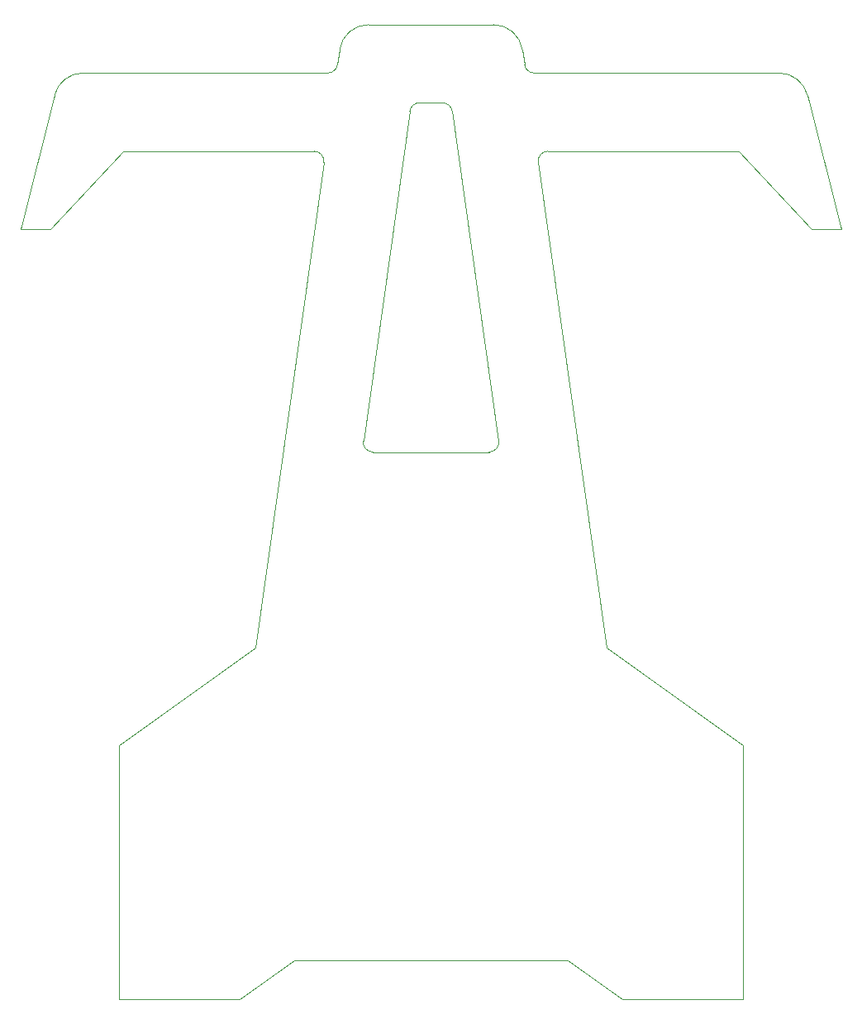
<source format=gbr>
G04 #@! TF.GenerationSoftware,KiCad,Pcbnew,no-vcs-found-c78a2ba~59~ubuntu16.10.1*
G04 #@! TF.CreationDate,2017-09-21T00:22:34+02:00*
G04 #@! TF.ProjectId,rat_board,7261745F626F6172642E6B696361645F,rev?*
G04 #@! TF.SameCoordinates,Original
G04 #@! TF.FileFunction,Profile,NP*
%FSLAX46Y46*%
G04 Gerber Fmt 4.6, Leading zero omitted, Abs format (unit mm)*
G04 Created by KiCad (PCBNEW no-vcs-found-c78a2ba~59~ubuntu16.10.1) date Thu Sep 21 00:22:34 2017*
%MOMM*%
%LPD*%
G01*
G04 APERTURE LIST*
%ADD10C,0.100000*%
G04 APERTURE END LIST*
D10*
X143141523Y-54190210D02*
X147906229Y-87940210D01*
X142151342Y-53330000D02*
G75*
G02X143141523Y-54190210I0J-1000000D01*
G01*
X147906229Y-87940210D02*
G75*
G02X146916048Y-89080000I-990181J-139790D01*
G01*
X139788658Y-53330000D02*
X142151342Y-53330000D01*
X146916048Y-89080000D02*
X135023952Y-89080000D01*
X138798477Y-54190210D02*
G75*
G02X139788658Y-53330000I990181J-139790D01*
G01*
X135023952Y-89080000D02*
G75*
G02X134033771Y-87940210I0J1000000D01*
G01*
X134033771Y-87940210D02*
X138798477Y-54190210D01*
X158970000Y-109080000D02*
X172970000Y-119080000D01*
X172970000Y-119080000D02*
X172970000Y-145080000D01*
X151959275Y-59420696D02*
X158970000Y-109080000D01*
X160570000Y-145080000D02*
X172970000Y-145080000D01*
X151959275Y-59420696D02*
G75*
G02X152949456Y-58280906I990181J139790D01*
G01*
X172470000Y-58280906D02*
X152949456Y-58280906D01*
X154970000Y-141080000D02*
X126970000Y-141080000D01*
X179970000Y-66280906D02*
X172470000Y-58280906D01*
X182970000Y-66280906D02*
X179970000Y-66280906D01*
X108970000Y-145080000D02*
X121370000Y-145080000D01*
X179538098Y-52553299D02*
X182970000Y-66280906D01*
X108970000Y-145080000D02*
X108970000Y-119080000D01*
X176627671Y-50280906D02*
G75*
G02X179538098Y-52553299I0J-3000000D01*
G01*
X108970000Y-119080000D02*
X122970000Y-109080000D01*
X151537691Y-50280906D02*
X176627671Y-50280906D01*
X122970000Y-109080000D02*
X129980725Y-59420696D01*
X151537691Y-50280906D02*
G75*
G02X150547510Y-49420696I0J1000000D01*
G01*
X128990544Y-58280906D02*
G75*
G02X129980725Y-59420696I0J-1000000D01*
G01*
X150334324Y-47910629D02*
X150547510Y-49420696D01*
X128990544Y-58280906D02*
X109470000Y-58280906D01*
X147363781Y-45330000D02*
G75*
G02X150334324Y-47910629I0J-3000000D01*
G01*
X109470000Y-58280906D02*
X101970000Y-66280906D01*
X134576219Y-45330000D02*
X147363781Y-45330000D01*
X101970000Y-66280906D02*
X98970000Y-66280906D01*
X131605676Y-47910629D02*
G75*
G02X134576219Y-45330000I2970543J-419371D01*
G01*
X98970000Y-66280906D02*
X102401902Y-52553299D01*
X131392490Y-49420696D02*
X131605676Y-47910629D01*
X102401901Y-52553299D02*
G75*
G02X105312329Y-50280906I2910428J-727607D01*
G01*
X131392490Y-49420696D02*
G75*
G02X130402309Y-50280906I-990181J139790D01*
G01*
X105312329Y-50280906D02*
X130402309Y-50280906D01*
X154970000Y-141080000D02*
X160570000Y-145080000D01*
X121370000Y-145080000D02*
X126970000Y-141080000D01*
M02*

</source>
